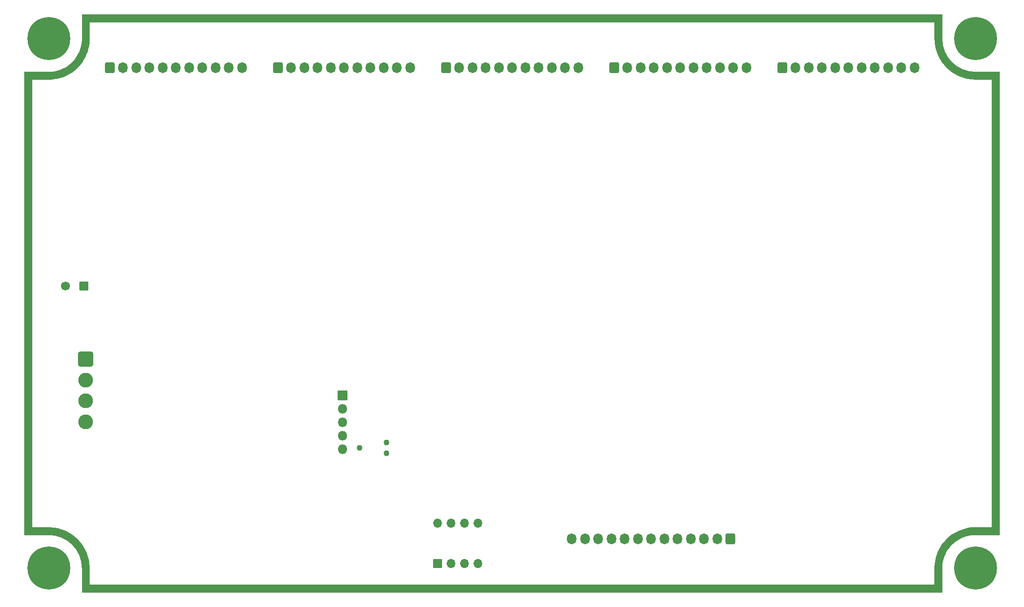
<source format=gbr>
%TF.GenerationSoftware,KiCad,Pcbnew,(6.99.0-4444-ge62463b52b)*%
%TF.CreationDate,2022-12-13T19:15:09+01:00*%
%TF.ProjectId,bd845-pwb,62643834-352d-4707-9762-2e6b69636164,rev?*%
%TF.SameCoordinates,Original*%
%TF.FileFunction,Soldermask,Bot*%
%TF.FilePolarity,Negative*%
%FSLAX46Y46*%
G04 Gerber Fmt 4.6, Leading zero omitted, Abs format (unit mm)*
G04 Created by KiCad (PCBNEW (6.99.0-4444-ge62463b52b)) date 2022-12-13 19:15:09*
%MOMM*%
%LPD*%
G01*
G04 APERTURE LIST*
G04 Aperture macros list*
%AMRoundRect*
0 Rectangle with rounded corners*
0 $1 Rounding radius*
0 $2 $3 $4 $5 $6 $7 $8 $9 X,Y pos of 4 corners*
0 Add a 4 corners polygon primitive as box body*
4,1,4,$2,$3,$4,$5,$6,$7,$8,$9,$2,$3,0*
0 Add four circle primitives for the rounded corners*
1,1,$1+$1,$2,$3*
1,1,$1+$1,$4,$5*
1,1,$1+$1,$6,$7*
1,1,$1+$1,$8,$9*
0 Add four rect primitives between the rounded corners*
20,1,$1+$1,$2,$3,$4,$5,0*
20,1,$1+$1,$4,$5,$6,$7,0*
20,1,$1+$1,$6,$7,$8,$9,0*
20,1,$1+$1,$8,$9,$2,$3,0*%
G04 Aperture macros list end*
%ADD10C,0.000000*%
%ADD11C,2.800000*%
%ADD12RoundRect,0.300001X-1.099999X1.099999X-1.099999X-1.099999X1.099999X-1.099999X1.099999X1.099999X0*%
%ADD13C,1.090600*%
%ADD14RoundRect,0.050000X0.800000X-0.800000X0.800000X0.800000X-0.800000X0.800000X-0.800000X-0.800000X0*%
%ADD15O,1.700000X1.700000*%
%ADD16C,1.000000*%
%ADD17C,8.100000*%
%ADD18RoundRect,0.050000X-0.850000X-0.850000X0.850000X-0.850000X0.850000X0.850000X-0.850000X0.850000X0*%
%ADD19O,1.800000X1.800000*%
%ADD20RoundRect,0.300000X-0.600000X-0.725000X0.600000X-0.725000X0.600000X0.725000X-0.600000X0.725000X0*%
%ADD21O,1.800000X2.050000*%
%ADD22RoundRect,0.050000X0.800000X0.800000X-0.800000X0.800000X-0.800000X-0.800000X0.800000X-0.800000X0*%
%ADD23C,1.700000*%
%ADD24RoundRect,0.300000X0.600000X0.725000X-0.600000X0.725000X-0.600000X-0.725000X0.600000X-0.725000X0*%
G04 APERTURE END LIST*
D10*
G36*
X59000000Y-138250000D02*
G01*
X59000000Y-138250000D01*
G75*
G02*
X66750000Y-146000000I0J-7750000D01*
G01*
X66750000Y-150600000D01*
X65250000Y-150600000D01*
X65250000Y-146000000D01*
G75*
G03*
X59000000Y-139750000I-6250000J0D01*
G01*
X54400000Y-139750000D01*
X54400000Y-138250000D01*
X59000000Y-138250000D01*
G37*
G36*
X238600000Y-139750000D02*
G01*
X234000000Y-139750000D01*
X233754532Y-139752409D01*
X233265108Y-139790928D01*
X232780215Y-139867727D01*
X232302843Y-139982335D01*
X231835934Y-140134042D01*
X231382367Y-140321916D01*
X230944939Y-140544797D01*
X230526347Y-140801311D01*
X230129170Y-141089876D01*
X229755859Y-141408714D01*
X229408714Y-141755859D01*
X229089876Y-142129170D01*
X228801311Y-142526347D01*
X228544797Y-142944939D01*
X228321916Y-143382367D01*
X228134042Y-143835934D01*
X227982335Y-144302843D01*
X227867727Y-144780215D01*
X227790928Y-145265108D01*
X227752409Y-145754532D01*
X227750000Y-146000000D01*
X227750000Y-150600000D01*
X226250000Y-150600000D01*
X226250000Y-146000000D01*
X226252412Y-145723294D01*
X226291891Y-145171293D01*
X226370650Y-144623514D01*
X226488286Y-144082749D01*
X226644200Y-143551755D01*
X226837598Y-143033236D01*
X227067493Y-142529835D01*
X227332715Y-142044117D01*
X227631912Y-141578557D01*
X227963559Y-141135528D01*
X228325967Y-140717288D01*
X228717288Y-140325967D01*
X229135528Y-139963559D01*
X229578557Y-139631912D01*
X230044117Y-139332715D01*
X230529835Y-139067493D01*
X231033236Y-138837598D01*
X231551755Y-138644200D01*
X232082749Y-138488286D01*
X232623514Y-138370650D01*
X233171293Y-138291891D01*
X233723294Y-138252412D01*
X234000000Y-138250000D01*
X238600000Y-138250000D01*
X238600000Y-139750000D01*
G37*
G36*
X226250000Y-150600000D02*
G01*
X66750000Y-150600000D01*
X66750000Y-149100000D01*
X226250000Y-149100000D01*
X226250000Y-150600000D01*
G37*
G36*
X238600000Y-138250000D02*
G01*
X237100000Y-138250000D01*
X237100000Y-53750000D01*
X238600000Y-53750000D01*
X238600000Y-138250000D01*
G37*
G36*
X227750000Y-46000000D02*
G01*
X227750000Y-46000000D01*
G75*
G03*
X234000000Y-52250000I6250000J0D01*
G01*
X238600000Y-52250000D01*
X238600000Y-53750000D01*
X234000000Y-53750000D01*
G75*
G02*
X226250000Y-46000000I0J7750000D01*
G01*
X226250000Y-41400000D01*
X227750000Y-41400000D01*
X227750000Y-46000000D01*
G37*
G36*
X226250000Y-42900000D02*
G01*
X66750000Y-42900000D01*
X66750000Y-41400000D01*
X226250000Y-41400000D01*
X226250000Y-42900000D01*
G37*
G36*
X66750000Y-46000000D02*
G01*
X66747588Y-46276706D01*
X66708109Y-46828707D01*
X66629350Y-47376486D01*
X66511714Y-47917251D01*
X66355800Y-48448245D01*
X66162402Y-48966764D01*
X65932507Y-49470165D01*
X65667285Y-49955883D01*
X65368088Y-50421443D01*
X65036441Y-50864472D01*
X64674033Y-51282712D01*
X64282712Y-51674033D01*
X63864472Y-52036441D01*
X63421443Y-52368088D01*
X62955883Y-52667285D01*
X62470165Y-52932507D01*
X61966764Y-53162402D01*
X61448245Y-53355800D01*
X60917251Y-53511714D01*
X60376486Y-53629350D01*
X59828707Y-53708109D01*
X59276706Y-53747588D01*
X59000000Y-53750000D01*
X54400000Y-53750000D01*
X54400000Y-52250000D01*
X59000000Y-52250000D01*
X59245468Y-52247591D01*
X59734892Y-52209072D01*
X60219785Y-52132273D01*
X60697157Y-52017665D01*
X61164066Y-51865958D01*
X61617633Y-51678084D01*
X62055061Y-51455203D01*
X62473653Y-51198689D01*
X62870830Y-50910124D01*
X63244141Y-50591286D01*
X63591286Y-50244141D01*
X63910124Y-49870830D01*
X64198689Y-49473653D01*
X64455203Y-49055061D01*
X64678084Y-48617633D01*
X64865958Y-48164066D01*
X65017665Y-47697157D01*
X65132273Y-47219785D01*
X65209072Y-46734892D01*
X65247591Y-46245468D01*
X65250000Y-46000000D01*
X65250000Y-41400000D01*
X66750000Y-41400000D01*
X66750000Y-46000000D01*
G37*
G36*
X55900000Y-138250000D02*
G01*
X54400000Y-138250000D01*
X54400000Y-53750000D01*
X55900000Y-53750000D01*
X55900000Y-138250000D01*
G37*
D11*
%TO.C,J101*%
X66000000Y-118380000D03*
X66000000Y-114420000D03*
X66000000Y-110460000D03*
D12*
X66000000Y-106500000D03*
%TD*%
D13*
%TO.C,J301*%
X117710000Y-123250000D03*
X122790000Y-122234000D03*
X122790000Y-124266000D03*
%TD*%
D14*
%TO.C,SW101*%
X132430000Y-145100000D03*
D15*
X134969999Y-145099999D03*
X137509999Y-145099999D03*
X140049999Y-145099999D03*
X140049999Y-137479999D03*
X137509999Y-137479999D03*
X134969999Y-137479999D03*
X132429999Y-137479999D03*
%TD*%
D16*
%TO.C,H103*%
X231000000Y-146000000D03*
X231878680Y-143878680D03*
X231878680Y-148121320D03*
X234000000Y-143000000D03*
D17*
X234000000Y-146000000D03*
D16*
X234000000Y-149000000D03*
X236121320Y-143878680D03*
X236121320Y-148121320D03*
X237000000Y-146000000D03*
%TD*%
D18*
%TO.C,J302*%
X114500000Y-113380000D03*
D19*
X114499999Y-115919999D03*
X114499999Y-118459999D03*
X114499999Y-120999999D03*
X114499999Y-123539999D03*
%TD*%
D20*
%TO.C,J601*%
X102250000Y-51500000D03*
D21*
X104749999Y-51499999D03*
X107249999Y-51499999D03*
X109749999Y-51499999D03*
X112249999Y-51499999D03*
X114749999Y-51499999D03*
X117249999Y-51499999D03*
X119749999Y-51499999D03*
X122249999Y-51499999D03*
X124749999Y-51499999D03*
X127249999Y-51499999D03*
%TD*%
D20*
%TO.C,J901*%
X197500000Y-51500000D03*
D21*
X199999999Y-51499999D03*
X202499999Y-51499999D03*
X204999999Y-51499999D03*
X207499999Y-51499999D03*
X209999999Y-51499999D03*
X212499999Y-51499999D03*
X214999999Y-51499999D03*
X217499999Y-51499999D03*
X219999999Y-51499999D03*
X222499999Y-51499999D03*
%TD*%
D20*
%TO.C,J501*%
X70500000Y-51500000D03*
D21*
X72999999Y-51499999D03*
X75499999Y-51499999D03*
X77999999Y-51499999D03*
X80499999Y-51499999D03*
X82999999Y-51499999D03*
X85499999Y-51499999D03*
X87999999Y-51499999D03*
X90499999Y-51499999D03*
X92999999Y-51499999D03*
X95499999Y-51499999D03*
%TD*%
D22*
%TO.C,C201*%
X65652651Y-92750000D03*
D23*
X62152651Y-92750000D03*
%TD*%
D24*
%TO.C,J401*%
X187750000Y-140500000D03*
D21*
X185249999Y-140499999D03*
X182749999Y-140499999D03*
X180249999Y-140499999D03*
X177749999Y-140499999D03*
X175249999Y-140499999D03*
X172749999Y-140499999D03*
X170249999Y-140499999D03*
X167749999Y-140499999D03*
X165249999Y-140499999D03*
X162749999Y-140499999D03*
X160249999Y-140499999D03*
X157749999Y-140499999D03*
%TD*%
D20*
%TO.C,J701*%
X134000000Y-51500000D03*
D21*
X136499999Y-51499999D03*
X138999999Y-51499999D03*
X141499999Y-51499999D03*
X143999999Y-51499999D03*
X146499999Y-51499999D03*
X148999999Y-51499999D03*
X151499999Y-51499999D03*
X153999999Y-51499999D03*
X156499999Y-51499999D03*
X158999999Y-51499999D03*
%TD*%
D20*
%TO.C,J801*%
X165750000Y-51500000D03*
D21*
X168249999Y-51499999D03*
X170749999Y-51499999D03*
X173249999Y-51499999D03*
X175749999Y-51499999D03*
X178249999Y-51499999D03*
X180749999Y-51499999D03*
X183249999Y-51499999D03*
X185749999Y-51499999D03*
X188249999Y-51499999D03*
X190749999Y-51499999D03*
%TD*%
D16*
%TO.C,H101*%
X56000000Y-46000000D03*
X56878680Y-43878680D03*
X56878680Y-48121320D03*
X59000000Y-43000000D03*
D17*
X59000000Y-46000000D03*
D16*
X59000000Y-49000000D03*
X61121320Y-43878680D03*
X61121320Y-48121320D03*
X62000000Y-46000000D03*
%TD*%
%TO.C,H104*%
X56000000Y-146000000D03*
X56878680Y-143878680D03*
X56878680Y-148121320D03*
X59000000Y-143000000D03*
D17*
X59000000Y-146000000D03*
D16*
X59000000Y-149000000D03*
X61121320Y-143878680D03*
X61121320Y-148121320D03*
X62000000Y-146000000D03*
%TD*%
%TO.C,H102*%
X231000000Y-46000000D03*
X231878680Y-43878680D03*
X231878680Y-48121320D03*
X234000000Y-43000000D03*
D17*
X234000000Y-46000000D03*
D16*
X234000000Y-49000000D03*
X236121320Y-43878680D03*
X236121320Y-48121320D03*
X237000000Y-46000000D03*
%TD*%
M02*

</source>
